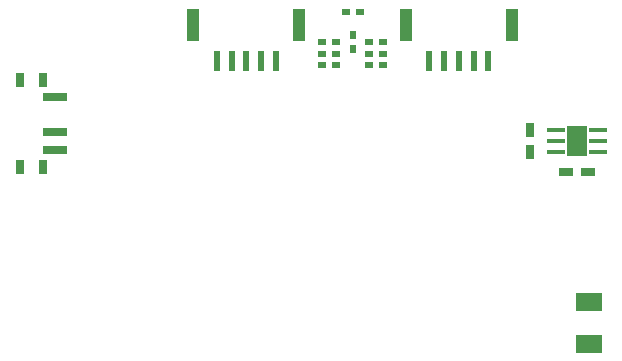
<source format=gbr>
G04 #@! TF.FileFunction,Paste,Top*
%FSLAX46Y46*%
G04 Gerber Fmt 4.6, Leading zero omitted, Abs format (unit mm)*
G04 Created by KiCad (PCBNEW 4.0.7-e2-6376~58~ubuntu14.04.1) date Wed Aug  8 15:23:53 2018*
%MOMM*%
%LPD*%
G01*
G04 APERTURE LIST*
%ADD10C,0.100000*%
%ADD11R,1.500000X0.450000*%
%ADD12R,1.750000X2.500000*%
%ADD13R,0.800000X0.500000*%
%ADD14R,0.600000X1.700000*%
%ADD15R,1.000000X2.700000*%
%ADD16R,2.300000X1.500000*%
%ADD17R,0.500000X0.800000*%
%ADD18R,2.000000X0.700000*%
%ADD19R,0.800000X1.200000*%
%ADD20R,1.200000X0.750000*%
%ADD21R,0.750000X1.200000*%
G04 APERTURE END LIST*
D10*
D11*
X192200000Y-54450000D03*
X192200000Y-55400000D03*
X192200000Y-56350000D03*
X195800000Y-56350000D03*
X195800000Y-55400000D03*
X195800000Y-54450000D03*
D12*
X194000000Y-55400000D03*
D13*
X177600000Y-49000000D03*
X176400000Y-49000000D03*
X177600000Y-48000000D03*
X176400000Y-48000000D03*
X177600000Y-47000000D03*
X176400000Y-47000000D03*
D14*
X184000000Y-48600000D03*
X182750000Y-48600000D03*
X185250000Y-48600000D03*
X186500000Y-48600000D03*
D15*
X179500000Y-45550000D03*
X188500000Y-45550000D03*
D14*
X181500000Y-48600000D03*
D13*
X172400000Y-48000000D03*
X173600000Y-48000000D03*
X172400000Y-49000000D03*
X173600000Y-49000000D03*
X172400000Y-47000000D03*
X173600000Y-47000000D03*
D14*
X166000000Y-48600000D03*
X164750000Y-48600000D03*
X167250000Y-48600000D03*
X168500000Y-48600000D03*
D15*
X161500000Y-45550000D03*
X170500000Y-45550000D03*
D14*
X163500000Y-48600000D03*
D16*
X195000000Y-69050000D03*
X195000000Y-72550000D03*
D17*
X175000000Y-46400000D03*
X175000000Y-47600000D03*
D13*
X174400000Y-44500000D03*
X175600000Y-44500000D03*
D18*
X149800000Y-54650000D03*
X149800000Y-56150000D03*
X149800000Y-51650000D03*
D19*
X148800000Y-50200000D03*
X146800000Y-50200000D03*
X148800000Y-57600000D03*
X146800000Y-57600000D03*
D20*
X194950000Y-58000000D03*
X193050000Y-58000000D03*
D21*
X190000000Y-56350000D03*
X190000000Y-54450000D03*
M02*

</source>
